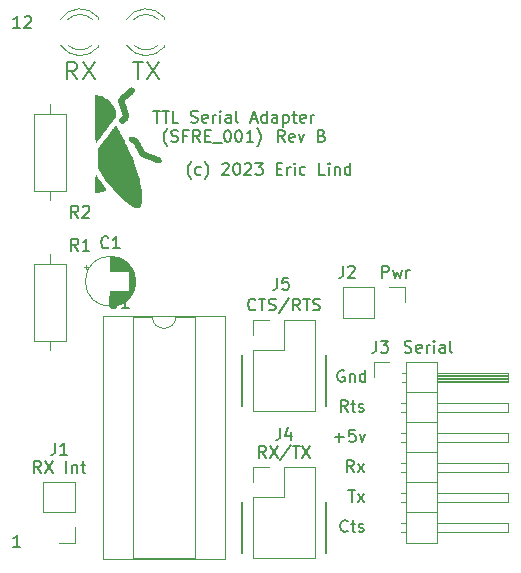
<source format=gbr>
%TF.GenerationSoftware,KiCad,Pcbnew,7.0.1*%
%TF.CreationDate,2023-08-12T16:51:13+02:00*%
%TF.ProjectId,uprs232ttl,75707273-3233-4327-9474-6c2e6b696361,rev?*%
%TF.SameCoordinates,Original*%
%TF.FileFunction,Legend,Top*%
%TF.FilePolarity,Positive*%
%FSLAX46Y46*%
G04 Gerber Fmt 4.6, Leading zero omitted, Abs format (unit mm)*
G04 Created by KiCad (PCBNEW 7.0.1) date 2023-08-12 16:51:13*
%MOMM*%
%LPD*%
G01*
G04 APERTURE LIST*
%ADD10C,0.150000*%
%ADD11C,0.200000*%
%ADD12C,0.120000*%
G04 APERTURE END LIST*
D10*
X163322000Y-120015000D02*
X163322000Y-124333000D01*
X156210000Y-107569000D02*
X156210000Y-111887000D01*
X163322000Y-107569000D02*
X163322000Y-111887000D01*
X156210000Y-120015000D02*
X156210000Y-124333000D01*
X151907809Y-92714571D02*
X151860190Y-92666952D01*
X151860190Y-92666952D02*
X151764952Y-92524095D01*
X151764952Y-92524095D02*
X151717333Y-92428857D01*
X151717333Y-92428857D02*
X151669714Y-92286000D01*
X151669714Y-92286000D02*
X151622095Y-92047904D01*
X151622095Y-92047904D02*
X151622095Y-91857428D01*
X151622095Y-91857428D02*
X151669714Y-91619333D01*
X151669714Y-91619333D02*
X151717333Y-91476476D01*
X151717333Y-91476476D02*
X151764952Y-91381238D01*
X151764952Y-91381238D02*
X151860190Y-91238380D01*
X151860190Y-91238380D02*
X151907809Y-91190761D01*
X152717333Y-92286000D02*
X152622095Y-92333619D01*
X152622095Y-92333619D02*
X152431619Y-92333619D01*
X152431619Y-92333619D02*
X152336381Y-92286000D01*
X152336381Y-92286000D02*
X152288762Y-92238380D01*
X152288762Y-92238380D02*
X152241143Y-92143142D01*
X152241143Y-92143142D02*
X152241143Y-91857428D01*
X152241143Y-91857428D02*
X152288762Y-91762190D01*
X152288762Y-91762190D02*
X152336381Y-91714571D01*
X152336381Y-91714571D02*
X152431619Y-91666952D01*
X152431619Y-91666952D02*
X152622095Y-91666952D01*
X152622095Y-91666952D02*
X152717333Y-91714571D01*
X153050667Y-92714571D02*
X153098286Y-92666952D01*
X153098286Y-92666952D02*
X153193524Y-92524095D01*
X153193524Y-92524095D02*
X153241143Y-92428857D01*
X153241143Y-92428857D02*
X153288762Y-92286000D01*
X153288762Y-92286000D02*
X153336381Y-92047904D01*
X153336381Y-92047904D02*
X153336381Y-91857428D01*
X153336381Y-91857428D02*
X153288762Y-91619333D01*
X153288762Y-91619333D02*
X153241143Y-91476476D01*
X153241143Y-91476476D02*
X153193524Y-91381238D01*
X153193524Y-91381238D02*
X153098286Y-91238380D01*
X153098286Y-91238380D02*
X153050667Y-91190761D01*
X154526858Y-91428857D02*
X154574477Y-91381238D01*
X154574477Y-91381238D02*
X154669715Y-91333619D01*
X154669715Y-91333619D02*
X154907810Y-91333619D01*
X154907810Y-91333619D02*
X155003048Y-91381238D01*
X155003048Y-91381238D02*
X155050667Y-91428857D01*
X155050667Y-91428857D02*
X155098286Y-91524095D01*
X155098286Y-91524095D02*
X155098286Y-91619333D01*
X155098286Y-91619333D02*
X155050667Y-91762190D01*
X155050667Y-91762190D02*
X154479239Y-92333619D01*
X154479239Y-92333619D02*
X155098286Y-92333619D01*
X155717334Y-91333619D02*
X155812572Y-91333619D01*
X155812572Y-91333619D02*
X155907810Y-91381238D01*
X155907810Y-91381238D02*
X155955429Y-91428857D01*
X155955429Y-91428857D02*
X156003048Y-91524095D01*
X156003048Y-91524095D02*
X156050667Y-91714571D01*
X156050667Y-91714571D02*
X156050667Y-91952666D01*
X156050667Y-91952666D02*
X156003048Y-92143142D01*
X156003048Y-92143142D02*
X155955429Y-92238380D01*
X155955429Y-92238380D02*
X155907810Y-92286000D01*
X155907810Y-92286000D02*
X155812572Y-92333619D01*
X155812572Y-92333619D02*
X155717334Y-92333619D01*
X155717334Y-92333619D02*
X155622096Y-92286000D01*
X155622096Y-92286000D02*
X155574477Y-92238380D01*
X155574477Y-92238380D02*
X155526858Y-92143142D01*
X155526858Y-92143142D02*
X155479239Y-91952666D01*
X155479239Y-91952666D02*
X155479239Y-91714571D01*
X155479239Y-91714571D02*
X155526858Y-91524095D01*
X155526858Y-91524095D02*
X155574477Y-91428857D01*
X155574477Y-91428857D02*
X155622096Y-91381238D01*
X155622096Y-91381238D02*
X155717334Y-91333619D01*
X156431620Y-91428857D02*
X156479239Y-91381238D01*
X156479239Y-91381238D02*
X156574477Y-91333619D01*
X156574477Y-91333619D02*
X156812572Y-91333619D01*
X156812572Y-91333619D02*
X156907810Y-91381238D01*
X156907810Y-91381238D02*
X156955429Y-91428857D01*
X156955429Y-91428857D02*
X157003048Y-91524095D01*
X157003048Y-91524095D02*
X157003048Y-91619333D01*
X157003048Y-91619333D02*
X156955429Y-91762190D01*
X156955429Y-91762190D02*
X156384001Y-92333619D01*
X156384001Y-92333619D02*
X157003048Y-92333619D01*
X157336382Y-91333619D02*
X157955429Y-91333619D01*
X157955429Y-91333619D02*
X157622096Y-91714571D01*
X157622096Y-91714571D02*
X157764953Y-91714571D01*
X157764953Y-91714571D02*
X157860191Y-91762190D01*
X157860191Y-91762190D02*
X157907810Y-91809809D01*
X157907810Y-91809809D02*
X157955429Y-91905047D01*
X157955429Y-91905047D02*
X157955429Y-92143142D01*
X157955429Y-92143142D02*
X157907810Y-92238380D01*
X157907810Y-92238380D02*
X157860191Y-92286000D01*
X157860191Y-92286000D02*
X157764953Y-92333619D01*
X157764953Y-92333619D02*
X157479239Y-92333619D01*
X157479239Y-92333619D02*
X157384001Y-92286000D01*
X157384001Y-92286000D02*
X157336382Y-92238380D01*
X159145906Y-91809809D02*
X159479239Y-91809809D01*
X159622096Y-92333619D02*
X159145906Y-92333619D01*
X159145906Y-92333619D02*
X159145906Y-91333619D01*
X159145906Y-91333619D02*
X159622096Y-91333619D01*
X160050668Y-92333619D02*
X160050668Y-91666952D01*
X160050668Y-91857428D02*
X160098287Y-91762190D01*
X160098287Y-91762190D02*
X160145906Y-91714571D01*
X160145906Y-91714571D02*
X160241144Y-91666952D01*
X160241144Y-91666952D02*
X160336382Y-91666952D01*
X160669716Y-92333619D02*
X160669716Y-91666952D01*
X160669716Y-91333619D02*
X160622097Y-91381238D01*
X160622097Y-91381238D02*
X160669716Y-91428857D01*
X160669716Y-91428857D02*
X160717335Y-91381238D01*
X160717335Y-91381238D02*
X160669716Y-91333619D01*
X160669716Y-91333619D02*
X160669716Y-91428857D01*
X161574477Y-92286000D02*
X161479239Y-92333619D01*
X161479239Y-92333619D02*
X161288763Y-92333619D01*
X161288763Y-92333619D02*
X161193525Y-92286000D01*
X161193525Y-92286000D02*
X161145906Y-92238380D01*
X161145906Y-92238380D02*
X161098287Y-92143142D01*
X161098287Y-92143142D02*
X161098287Y-91857428D01*
X161098287Y-91857428D02*
X161145906Y-91762190D01*
X161145906Y-91762190D02*
X161193525Y-91714571D01*
X161193525Y-91714571D02*
X161288763Y-91666952D01*
X161288763Y-91666952D02*
X161479239Y-91666952D01*
X161479239Y-91666952D02*
X161574477Y-91714571D01*
X163241144Y-92333619D02*
X162764954Y-92333619D01*
X162764954Y-92333619D02*
X162764954Y-91333619D01*
X163574478Y-92333619D02*
X163574478Y-91666952D01*
X163574478Y-91333619D02*
X163526859Y-91381238D01*
X163526859Y-91381238D02*
X163574478Y-91428857D01*
X163574478Y-91428857D02*
X163622097Y-91381238D01*
X163622097Y-91381238D02*
X163574478Y-91333619D01*
X163574478Y-91333619D02*
X163574478Y-91428857D01*
X164050668Y-91666952D02*
X164050668Y-92333619D01*
X164050668Y-91762190D02*
X164098287Y-91714571D01*
X164098287Y-91714571D02*
X164193525Y-91666952D01*
X164193525Y-91666952D02*
X164336382Y-91666952D01*
X164336382Y-91666952D02*
X164431620Y-91714571D01*
X164431620Y-91714571D02*
X164479239Y-91809809D01*
X164479239Y-91809809D02*
X164479239Y-92333619D01*
X165384001Y-92333619D02*
X165384001Y-91333619D01*
X165384001Y-92286000D02*
X165288763Y-92333619D01*
X165288763Y-92333619D02*
X165098287Y-92333619D01*
X165098287Y-92333619D02*
X165003049Y-92286000D01*
X165003049Y-92286000D02*
X164955430Y-92238380D01*
X164955430Y-92238380D02*
X164907811Y-92143142D01*
X164907811Y-92143142D02*
X164907811Y-91857428D01*
X164907811Y-91857428D02*
X164955430Y-91762190D01*
X164955430Y-91762190D02*
X165003049Y-91714571D01*
X165003049Y-91714571D02*
X165098287Y-91666952D01*
X165098287Y-91666952D02*
X165288763Y-91666952D01*
X165288763Y-91666952D02*
X165384001Y-91714571D01*
X137413904Y-123829619D02*
X136842476Y-123829619D01*
X137128190Y-123829619D02*
X137128190Y-122829619D01*
X137128190Y-122829619D02*
X137032952Y-122972476D01*
X137032952Y-122972476D02*
X136937714Y-123067714D01*
X136937714Y-123067714D02*
X136842476Y-123115333D01*
D11*
X165195238Y-119019619D02*
X165766666Y-119019619D01*
X165480952Y-120019619D02*
X165480952Y-119019619D01*
X166004762Y-120019619D02*
X166528571Y-119352952D01*
X166004762Y-119352952D02*
X166528571Y-120019619D01*
X165655523Y-117479619D02*
X165322190Y-117003428D01*
X165084095Y-117479619D02*
X165084095Y-116479619D01*
X165084095Y-116479619D02*
X165465047Y-116479619D01*
X165465047Y-116479619D02*
X165560285Y-116527238D01*
X165560285Y-116527238D02*
X165607904Y-116574857D01*
X165607904Y-116574857D02*
X165655523Y-116670095D01*
X165655523Y-116670095D02*
X165655523Y-116812952D01*
X165655523Y-116812952D02*
X165607904Y-116908190D01*
X165607904Y-116908190D02*
X165560285Y-116955809D01*
X165560285Y-116955809D02*
X165465047Y-117003428D01*
X165465047Y-117003428D02*
X165084095Y-117003428D01*
X165988857Y-117479619D02*
X166512666Y-116812952D01*
X165988857Y-116812952D02*
X166512666Y-117479619D01*
D10*
X159813523Y-89539619D02*
X159480190Y-89063428D01*
X159242095Y-89539619D02*
X159242095Y-88539619D01*
X159242095Y-88539619D02*
X159623047Y-88539619D01*
X159623047Y-88539619D02*
X159718285Y-88587238D01*
X159718285Y-88587238D02*
X159765904Y-88634857D01*
X159765904Y-88634857D02*
X159813523Y-88730095D01*
X159813523Y-88730095D02*
X159813523Y-88872952D01*
X159813523Y-88872952D02*
X159765904Y-88968190D01*
X159765904Y-88968190D02*
X159718285Y-89015809D01*
X159718285Y-89015809D02*
X159623047Y-89063428D01*
X159623047Y-89063428D02*
X159242095Y-89063428D01*
X160623047Y-89492000D02*
X160527809Y-89539619D01*
X160527809Y-89539619D02*
X160337333Y-89539619D01*
X160337333Y-89539619D02*
X160242095Y-89492000D01*
X160242095Y-89492000D02*
X160194476Y-89396761D01*
X160194476Y-89396761D02*
X160194476Y-89015809D01*
X160194476Y-89015809D02*
X160242095Y-88920571D01*
X160242095Y-88920571D02*
X160337333Y-88872952D01*
X160337333Y-88872952D02*
X160527809Y-88872952D01*
X160527809Y-88872952D02*
X160623047Y-88920571D01*
X160623047Y-88920571D02*
X160670666Y-89015809D01*
X160670666Y-89015809D02*
X160670666Y-89111047D01*
X160670666Y-89111047D02*
X160194476Y-89206285D01*
X161004000Y-88872952D02*
X161242095Y-89539619D01*
X161242095Y-89539619D02*
X161480190Y-88872952D01*
X162956381Y-89015809D02*
X163099238Y-89063428D01*
X163099238Y-89063428D02*
X163146857Y-89111047D01*
X163146857Y-89111047D02*
X163194476Y-89206285D01*
X163194476Y-89206285D02*
X163194476Y-89349142D01*
X163194476Y-89349142D02*
X163146857Y-89444380D01*
X163146857Y-89444380D02*
X163099238Y-89492000D01*
X163099238Y-89492000D02*
X163004000Y-89539619D01*
X163004000Y-89539619D02*
X162623048Y-89539619D01*
X162623048Y-89539619D02*
X162623048Y-88539619D01*
X162623048Y-88539619D02*
X162956381Y-88539619D01*
X162956381Y-88539619D02*
X163051619Y-88587238D01*
X163051619Y-88587238D02*
X163099238Y-88634857D01*
X163099238Y-88634857D02*
X163146857Y-88730095D01*
X163146857Y-88730095D02*
X163146857Y-88825333D01*
X163146857Y-88825333D02*
X163099238Y-88920571D01*
X163099238Y-88920571D02*
X163051619Y-88968190D01*
X163051619Y-88968190D02*
X162956381Y-89015809D01*
X162956381Y-89015809D02*
X162623048Y-89015809D01*
D11*
X164068095Y-114558666D02*
X164830000Y-114558666D01*
X164449047Y-114939619D02*
X164449047Y-114177714D01*
X165782380Y-113939619D02*
X165306190Y-113939619D01*
X165306190Y-113939619D02*
X165258571Y-114415809D01*
X165258571Y-114415809D02*
X165306190Y-114368190D01*
X165306190Y-114368190D02*
X165401428Y-114320571D01*
X165401428Y-114320571D02*
X165639523Y-114320571D01*
X165639523Y-114320571D02*
X165734761Y-114368190D01*
X165734761Y-114368190D02*
X165782380Y-114415809D01*
X165782380Y-114415809D02*
X165829999Y-114511047D01*
X165829999Y-114511047D02*
X165829999Y-114749142D01*
X165829999Y-114749142D02*
X165782380Y-114844380D01*
X165782380Y-114844380D02*
X165734761Y-114892000D01*
X165734761Y-114892000D02*
X165639523Y-114939619D01*
X165639523Y-114939619D02*
X165401428Y-114939619D01*
X165401428Y-114939619D02*
X165306190Y-114892000D01*
X165306190Y-114892000D02*
X165258571Y-114844380D01*
X166163333Y-114272952D02*
X166401428Y-114939619D01*
X166401428Y-114939619D02*
X166639523Y-114272952D01*
X165147523Y-122464380D02*
X165099904Y-122512000D01*
X165099904Y-122512000D02*
X164957047Y-122559619D01*
X164957047Y-122559619D02*
X164861809Y-122559619D01*
X164861809Y-122559619D02*
X164718952Y-122512000D01*
X164718952Y-122512000D02*
X164623714Y-122416761D01*
X164623714Y-122416761D02*
X164576095Y-122321523D01*
X164576095Y-122321523D02*
X164528476Y-122131047D01*
X164528476Y-122131047D02*
X164528476Y-121988190D01*
X164528476Y-121988190D02*
X164576095Y-121797714D01*
X164576095Y-121797714D02*
X164623714Y-121702476D01*
X164623714Y-121702476D02*
X164718952Y-121607238D01*
X164718952Y-121607238D02*
X164861809Y-121559619D01*
X164861809Y-121559619D02*
X164957047Y-121559619D01*
X164957047Y-121559619D02*
X165099904Y-121607238D01*
X165099904Y-121607238D02*
X165147523Y-121654857D01*
X165433238Y-121892952D02*
X165814190Y-121892952D01*
X165576095Y-121559619D02*
X165576095Y-122416761D01*
X165576095Y-122416761D02*
X165623714Y-122512000D01*
X165623714Y-122512000D02*
X165718952Y-122559619D01*
X165718952Y-122559619D02*
X165814190Y-122559619D01*
X166099905Y-122512000D02*
X166195143Y-122559619D01*
X166195143Y-122559619D02*
X166385619Y-122559619D01*
X166385619Y-122559619D02*
X166480857Y-122512000D01*
X166480857Y-122512000D02*
X166528476Y-122416761D01*
X166528476Y-122416761D02*
X166528476Y-122369142D01*
X166528476Y-122369142D02*
X166480857Y-122273904D01*
X166480857Y-122273904D02*
X166385619Y-122226285D01*
X166385619Y-122226285D02*
X166242762Y-122226285D01*
X166242762Y-122226285D02*
X166147524Y-122178666D01*
X166147524Y-122178666D02*
X166099905Y-122083428D01*
X166099905Y-122083428D02*
X166099905Y-122035809D01*
X166099905Y-122035809D02*
X166147524Y-121940571D01*
X166147524Y-121940571D02*
X166242762Y-121892952D01*
X166242762Y-121892952D02*
X166385619Y-121892952D01*
X166385619Y-121892952D02*
X166480857Y-121940571D01*
X165147523Y-112399619D02*
X164814190Y-111923428D01*
X164576095Y-112399619D02*
X164576095Y-111399619D01*
X164576095Y-111399619D02*
X164957047Y-111399619D01*
X164957047Y-111399619D02*
X165052285Y-111447238D01*
X165052285Y-111447238D02*
X165099904Y-111494857D01*
X165099904Y-111494857D02*
X165147523Y-111590095D01*
X165147523Y-111590095D02*
X165147523Y-111732952D01*
X165147523Y-111732952D02*
X165099904Y-111828190D01*
X165099904Y-111828190D02*
X165052285Y-111875809D01*
X165052285Y-111875809D02*
X164957047Y-111923428D01*
X164957047Y-111923428D02*
X164576095Y-111923428D01*
X165433238Y-111732952D02*
X165814190Y-111732952D01*
X165576095Y-111399619D02*
X165576095Y-112256761D01*
X165576095Y-112256761D02*
X165623714Y-112352000D01*
X165623714Y-112352000D02*
X165718952Y-112399619D01*
X165718952Y-112399619D02*
X165814190Y-112399619D01*
X166099905Y-112352000D02*
X166195143Y-112399619D01*
X166195143Y-112399619D02*
X166385619Y-112399619D01*
X166385619Y-112399619D02*
X166480857Y-112352000D01*
X166480857Y-112352000D02*
X166528476Y-112256761D01*
X166528476Y-112256761D02*
X166528476Y-112209142D01*
X166528476Y-112209142D02*
X166480857Y-112113904D01*
X166480857Y-112113904D02*
X166385619Y-112066285D01*
X166385619Y-112066285D02*
X166242762Y-112066285D01*
X166242762Y-112066285D02*
X166147524Y-112018666D01*
X166147524Y-112018666D02*
X166099905Y-111923428D01*
X166099905Y-111923428D02*
X166099905Y-111875809D01*
X166099905Y-111875809D02*
X166147524Y-111780571D01*
X166147524Y-111780571D02*
X166242762Y-111732952D01*
X166242762Y-111732952D02*
X166385619Y-111732952D01*
X166385619Y-111732952D02*
X166480857Y-111780571D01*
D10*
X148685238Y-86919619D02*
X149256666Y-86919619D01*
X148970952Y-87919619D02*
X148970952Y-86919619D01*
X149447143Y-86919619D02*
X150018571Y-86919619D01*
X149732857Y-87919619D02*
X149732857Y-86919619D01*
X150828095Y-87919619D02*
X150351905Y-87919619D01*
X150351905Y-87919619D02*
X150351905Y-86919619D01*
X151875715Y-87872000D02*
X152018572Y-87919619D01*
X152018572Y-87919619D02*
X152256667Y-87919619D01*
X152256667Y-87919619D02*
X152351905Y-87872000D01*
X152351905Y-87872000D02*
X152399524Y-87824380D01*
X152399524Y-87824380D02*
X152447143Y-87729142D01*
X152447143Y-87729142D02*
X152447143Y-87633904D01*
X152447143Y-87633904D02*
X152399524Y-87538666D01*
X152399524Y-87538666D02*
X152351905Y-87491047D01*
X152351905Y-87491047D02*
X152256667Y-87443428D01*
X152256667Y-87443428D02*
X152066191Y-87395809D01*
X152066191Y-87395809D02*
X151970953Y-87348190D01*
X151970953Y-87348190D02*
X151923334Y-87300571D01*
X151923334Y-87300571D02*
X151875715Y-87205333D01*
X151875715Y-87205333D02*
X151875715Y-87110095D01*
X151875715Y-87110095D02*
X151923334Y-87014857D01*
X151923334Y-87014857D02*
X151970953Y-86967238D01*
X151970953Y-86967238D02*
X152066191Y-86919619D01*
X152066191Y-86919619D02*
X152304286Y-86919619D01*
X152304286Y-86919619D02*
X152447143Y-86967238D01*
X153256667Y-87872000D02*
X153161429Y-87919619D01*
X153161429Y-87919619D02*
X152970953Y-87919619D01*
X152970953Y-87919619D02*
X152875715Y-87872000D01*
X152875715Y-87872000D02*
X152828096Y-87776761D01*
X152828096Y-87776761D02*
X152828096Y-87395809D01*
X152828096Y-87395809D02*
X152875715Y-87300571D01*
X152875715Y-87300571D02*
X152970953Y-87252952D01*
X152970953Y-87252952D02*
X153161429Y-87252952D01*
X153161429Y-87252952D02*
X153256667Y-87300571D01*
X153256667Y-87300571D02*
X153304286Y-87395809D01*
X153304286Y-87395809D02*
X153304286Y-87491047D01*
X153304286Y-87491047D02*
X152828096Y-87586285D01*
X153732858Y-87919619D02*
X153732858Y-87252952D01*
X153732858Y-87443428D02*
X153780477Y-87348190D01*
X153780477Y-87348190D02*
X153828096Y-87300571D01*
X153828096Y-87300571D02*
X153923334Y-87252952D01*
X153923334Y-87252952D02*
X154018572Y-87252952D01*
X154351906Y-87919619D02*
X154351906Y-87252952D01*
X154351906Y-86919619D02*
X154304287Y-86967238D01*
X154304287Y-86967238D02*
X154351906Y-87014857D01*
X154351906Y-87014857D02*
X154399525Y-86967238D01*
X154399525Y-86967238D02*
X154351906Y-86919619D01*
X154351906Y-86919619D02*
X154351906Y-87014857D01*
X155256667Y-87919619D02*
X155256667Y-87395809D01*
X155256667Y-87395809D02*
X155209048Y-87300571D01*
X155209048Y-87300571D02*
X155113810Y-87252952D01*
X155113810Y-87252952D02*
X154923334Y-87252952D01*
X154923334Y-87252952D02*
X154828096Y-87300571D01*
X155256667Y-87872000D02*
X155161429Y-87919619D01*
X155161429Y-87919619D02*
X154923334Y-87919619D01*
X154923334Y-87919619D02*
X154828096Y-87872000D01*
X154828096Y-87872000D02*
X154780477Y-87776761D01*
X154780477Y-87776761D02*
X154780477Y-87681523D01*
X154780477Y-87681523D02*
X154828096Y-87586285D01*
X154828096Y-87586285D02*
X154923334Y-87538666D01*
X154923334Y-87538666D02*
X155161429Y-87538666D01*
X155161429Y-87538666D02*
X155256667Y-87491047D01*
X155875715Y-87919619D02*
X155780477Y-87872000D01*
X155780477Y-87872000D02*
X155732858Y-87776761D01*
X155732858Y-87776761D02*
X155732858Y-86919619D01*
X156970954Y-87633904D02*
X157447144Y-87633904D01*
X156875716Y-87919619D02*
X157209049Y-86919619D01*
X157209049Y-86919619D02*
X157542382Y-87919619D01*
X158304287Y-87919619D02*
X158304287Y-86919619D01*
X158304287Y-87872000D02*
X158209049Y-87919619D01*
X158209049Y-87919619D02*
X158018573Y-87919619D01*
X158018573Y-87919619D02*
X157923335Y-87872000D01*
X157923335Y-87872000D02*
X157875716Y-87824380D01*
X157875716Y-87824380D02*
X157828097Y-87729142D01*
X157828097Y-87729142D02*
X157828097Y-87443428D01*
X157828097Y-87443428D02*
X157875716Y-87348190D01*
X157875716Y-87348190D02*
X157923335Y-87300571D01*
X157923335Y-87300571D02*
X158018573Y-87252952D01*
X158018573Y-87252952D02*
X158209049Y-87252952D01*
X158209049Y-87252952D02*
X158304287Y-87300571D01*
X159209049Y-87919619D02*
X159209049Y-87395809D01*
X159209049Y-87395809D02*
X159161430Y-87300571D01*
X159161430Y-87300571D02*
X159066192Y-87252952D01*
X159066192Y-87252952D02*
X158875716Y-87252952D01*
X158875716Y-87252952D02*
X158780478Y-87300571D01*
X159209049Y-87872000D02*
X159113811Y-87919619D01*
X159113811Y-87919619D02*
X158875716Y-87919619D01*
X158875716Y-87919619D02*
X158780478Y-87872000D01*
X158780478Y-87872000D02*
X158732859Y-87776761D01*
X158732859Y-87776761D02*
X158732859Y-87681523D01*
X158732859Y-87681523D02*
X158780478Y-87586285D01*
X158780478Y-87586285D02*
X158875716Y-87538666D01*
X158875716Y-87538666D02*
X159113811Y-87538666D01*
X159113811Y-87538666D02*
X159209049Y-87491047D01*
X159685240Y-87252952D02*
X159685240Y-88252952D01*
X159685240Y-87300571D02*
X159780478Y-87252952D01*
X159780478Y-87252952D02*
X159970954Y-87252952D01*
X159970954Y-87252952D02*
X160066192Y-87300571D01*
X160066192Y-87300571D02*
X160113811Y-87348190D01*
X160113811Y-87348190D02*
X160161430Y-87443428D01*
X160161430Y-87443428D02*
X160161430Y-87729142D01*
X160161430Y-87729142D02*
X160113811Y-87824380D01*
X160113811Y-87824380D02*
X160066192Y-87872000D01*
X160066192Y-87872000D02*
X159970954Y-87919619D01*
X159970954Y-87919619D02*
X159780478Y-87919619D01*
X159780478Y-87919619D02*
X159685240Y-87872000D01*
X160447145Y-87252952D02*
X160828097Y-87252952D01*
X160590002Y-86919619D02*
X160590002Y-87776761D01*
X160590002Y-87776761D02*
X160637621Y-87872000D01*
X160637621Y-87872000D02*
X160732859Y-87919619D01*
X160732859Y-87919619D02*
X160828097Y-87919619D01*
X161542383Y-87872000D02*
X161447145Y-87919619D01*
X161447145Y-87919619D02*
X161256669Y-87919619D01*
X161256669Y-87919619D02*
X161161431Y-87872000D01*
X161161431Y-87872000D02*
X161113812Y-87776761D01*
X161113812Y-87776761D02*
X161113812Y-87395809D01*
X161113812Y-87395809D02*
X161161431Y-87300571D01*
X161161431Y-87300571D02*
X161256669Y-87252952D01*
X161256669Y-87252952D02*
X161447145Y-87252952D01*
X161447145Y-87252952D02*
X161542383Y-87300571D01*
X161542383Y-87300571D02*
X161590002Y-87395809D01*
X161590002Y-87395809D02*
X161590002Y-87491047D01*
X161590002Y-87491047D02*
X161113812Y-87586285D01*
X162018574Y-87919619D02*
X162018574Y-87252952D01*
X162018574Y-87443428D02*
X162066193Y-87348190D01*
X162066193Y-87348190D02*
X162113812Y-87300571D01*
X162113812Y-87300571D02*
X162209050Y-87252952D01*
X162209050Y-87252952D02*
X162304288Y-87252952D01*
X149875714Y-89920571D02*
X149828095Y-89872952D01*
X149828095Y-89872952D02*
X149732857Y-89730095D01*
X149732857Y-89730095D02*
X149685238Y-89634857D01*
X149685238Y-89634857D02*
X149637619Y-89492000D01*
X149637619Y-89492000D02*
X149590000Y-89253904D01*
X149590000Y-89253904D02*
X149590000Y-89063428D01*
X149590000Y-89063428D02*
X149637619Y-88825333D01*
X149637619Y-88825333D02*
X149685238Y-88682476D01*
X149685238Y-88682476D02*
X149732857Y-88587238D01*
X149732857Y-88587238D02*
X149828095Y-88444380D01*
X149828095Y-88444380D02*
X149875714Y-88396761D01*
X150209048Y-89492000D02*
X150351905Y-89539619D01*
X150351905Y-89539619D02*
X150590000Y-89539619D01*
X150590000Y-89539619D02*
X150685238Y-89492000D01*
X150685238Y-89492000D02*
X150732857Y-89444380D01*
X150732857Y-89444380D02*
X150780476Y-89349142D01*
X150780476Y-89349142D02*
X150780476Y-89253904D01*
X150780476Y-89253904D02*
X150732857Y-89158666D01*
X150732857Y-89158666D02*
X150685238Y-89111047D01*
X150685238Y-89111047D02*
X150590000Y-89063428D01*
X150590000Y-89063428D02*
X150399524Y-89015809D01*
X150399524Y-89015809D02*
X150304286Y-88968190D01*
X150304286Y-88968190D02*
X150256667Y-88920571D01*
X150256667Y-88920571D02*
X150209048Y-88825333D01*
X150209048Y-88825333D02*
X150209048Y-88730095D01*
X150209048Y-88730095D02*
X150256667Y-88634857D01*
X150256667Y-88634857D02*
X150304286Y-88587238D01*
X150304286Y-88587238D02*
X150399524Y-88539619D01*
X150399524Y-88539619D02*
X150637619Y-88539619D01*
X150637619Y-88539619D02*
X150780476Y-88587238D01*
X151542381Y-89015809D02*
X151209048Y-89015809D01*
X151209048Y-89539619D02*
X151209048Y-88539619D01*
X151209048Y-88539619D02*
X151685238Y-88539619D01*
X152637619Y-89539619D02*
X152304286Y-89063428D01*
X152066191Y-89539619D02*
X152066191Y-88539619D01*
X152066191Y-88539619D02*
X152447143Y-88539619D01*
X152447143Y-88539619D02*
X152542381Y-88587238D01*
X152542381Y-88587238D02*
X152590000Y-88634857D01*
X152590000Y-88634857D02*
X152637619Y-88730095D01*
X152637619Y-88730095D02*
X152637619Y-88872952D01*
X152637619Y-88872952D02*
X152590000Y-88968190D01*
X152590000Y-88968190D02*
X152542381Y-89015809D01*
X152542381Y-89015809D02*
X152447143Y-89063428D01*
X152447143Y-89063428D02*
X152066191Y-89063428D01*
X153066191Y-89015809D02*
X153399524Y-89015809D01*
X153542381Y-89539619D02*
X153066191Y-89539619D01*
X153066191Y-89539619D02*
X153066191Y-88539619D01*
X153066191Y-88539619D02*
X153542381Y-88539619D01*
X153732858Y-89634857D02*
X154494762Y-89634857D01*
X154923334Y-88539619D02*
X155018572Y-88539619D01*
X155018572Y-88539619D02*
X155113810Y-88587238D01*
X155113810Y-88587238D02*
X155161429Y-88634857D01*
X155161429Y-88634857D02*
X155209048Y-88730095D01*
X155209048Y-88730095D02*
X155256667Y-88920571D01*
X155256667Y-88920571D02*
X155256667Y-89158666D01*
X155256667Y-89158666D02*
X155209048Y-89349142D01*
X155209048Y-89349142D02*
X155161429Y-89444380D01*
X155161429Y-89444380D02*
X155113810Y-89492000D01*
X155113810Y-89492000D02*
X155018572Y-89539619D01*
X155018572Y-89539619D02*
X154923334Y-89539619D01*
X154923334Y-89539619D02*
X154828096Y-89492000D01*
X154828096Y-89492000D02*
X154780477Y-89444380D01*
X154780477Y-89444380D02*
X154732858Y-89349142D01*
X154732858Y-89349142D02*
X154685239Y-89158666D01*
X154685239Y-89158666D02*
X154685239Y-88920571D01*
X154685239Y-88920571D02*
X154732858Y-88730095D01*
X154732858Y-88730095D02*
X154780477Y-88634857D01*
X154780477Y-88634857D02*
X154828096Y-88587238D01*
X154828096Y-88587238D02*
X154923334Y-88539619D01*
X155875715Y-88539619D02*
X155970953Y-88539619D01*
X155970953Y-88539619D02*
X156066191Y-88587238D01*
X156066191Y-88587238D02*
X156113810Y-88634857D01*
X156113810Y-88634857D02*
X156161429Y-88730095D01*
X156161429Y-88730095D02*
X156209048Y-88920571D01*
X156209048Y-88920571D02*
X156209048Y-89158666D01*
X156209048Y-89158666D02*
X156161429Y-89349142D01*
X156161429Y-89349142D02*
X156113810Y-89444380D01*
X156113810Y-89444380D02*
X156066191Y-89492000D01*
X156066191Y-89492000D02*
X155970953Y-89539619D01*
X155970953Y-89539619D02*
X155875715Y-89539619D01*
X155875715Y-89539619D02*
X155780477Y-89492000D01*
X155780477Y-89492000D02*
X155732858Y-89444380D01*
X155732858Y-89444380D02*
X155685239Y-89349142D01*
X155685239Y-89349142D02*
X155637620Y-89158666D01*
X155637620Y-89158666D02*
X155637620Y-88920571D01*
X155637620Y-88920571D02*
X155685239Y-88730095D01*
X155685239Y-88730095D02*
X155732858Y-88634857D01*
X155732858Y-88634857D02*
X155780477Y-88587238D01*
X155780477Y-88587238D02*
X155875715Y-88539619D01*
X157161429Y-89539619D02*
X156590001Y-89539619D01*
X156875715Y-89539619D02*
X156875715Y-88539619D01*
X156875715Y-88539619D02*
X156780477Y-88682476D01*
X156780477Y-88682476D02*
X156685239Y-88777714D01*
X156685239Y-88777714D02*
X156590001Y-88825333D01*
X157494763Y-89920571D02*
X157542382Y-89872952D01*
X157542382Y-89872952D02*
X157637620Y-89730095D01*
X157637620Y-89730095D02*
X157685239Y-89634857D01*
X157685239Y-89634857D02*
X157732858Y-89492000D01*
X157732858Y-89492000D02*
X157780477Y-89253904D01*
X157780477Y-89253904D02*
X157780477Y-89063428D01*
X157780477Y-89063428D02*
X157732858Y-88825333D01*
X157732858Y-88825333D02*
X157685239Y-88682476D01*
X157685239Y-88682476D02*
X157637620Y-88587238D01*
X157637620Y-88587238D02*
X157542382Y-88444380D01*
X157542382Y-88444380D02*
X157494763Y-88396761D01*
X137413904Y-79887619D02*
X136842476Y-79887619D01*
X137128190Y-79887619D02*
X137128190Y-78887619D01*
X137128190Y-78887619D02*
X137032952Y-79030476D01*
X137032952Y-79030476D02*
X136937714Y-79125714D01*
X136937714Y-79125714D02*
X136842476Y-79173333D01*
X137794857Y-78982857D02*
X137842476Y-78935238D01*
X137842476Y-78935238D02*
X137937714Y-78887619D01*
X137937714Y-78887619D02*
X138175809Y-78887619D01*
X138175809Y-78887619D02*
X138271047Y-78935238D01*
X138271047Y-78935238D02*
X138318666Y-78982857D01*
X138318666Y-78982857D02*
X138366285Y-79078095D01*
X138366285Y-79078095D02*
X138366285Y-79173333D01*
X138366285Y-79173333D02*
X138318666Y-79316190D01*
X138318666Y-79316190D02*
X137747238Y-79887619D01*
X137747238Y-79887619D02*
X138366285Y-79887619D01*
D11*
X164845904Y-108907238D02*
X164750666Y-108859619D01*
X164750666Y-108859619D02*
X164607809Y-108859619D01*
X164607809Y-108859619D02*
X164464952Y-108907238D01*
X164464952Y-108907238D02*
X164369714Y-109002476D01*
X164369714Y-109002476D02*
X164322095Y-109097714D01*
X164322095Y-109097714D02*
X164274476Y-109288190D01*
X164274476Y-109288190D02*
X164274476Y-109431047D01*
X164274476Y-109431047D02*
X164322095Y-109621523D01*
X164322095Y-109621523D02*
X164369714Y-109716761D01*
X164369714Y-109716761D02*
X164464952Y-109812000D01*
X164464952Y-109812000D02*
X164607809Y-109859619D01*
X164607809Y-109859619D02*
X164703047Y-109859619D01*
X164703047Y-109859619D02*
X164845904Y-109812000D01*
X164845904Y-109812000D02*
X164893523Y-109764380D01*
X164893523Y-109764380D02*
X164893523Y-109431047D01*
X164893523Y-109431047D02*
X164703047Y-109431047D01*
X165322095Y-109192952D02*
X165322095Y-109859619D01*
X165322095Y-109288190D02*
X165369714Y-109240571D01*
X165369714Y-109240571D02*
X165464952Y-109192952D01*
X165464952Y-109192952D02*
X165607809Y-109192952D01*
X165607809Y-109192952D02*
X165703047Y-109240571D01*
X165703047Y-109240571D02*
X165750666Y-109335809D01*
X165750666Y-109335809D02*
X165750666Y-109859619D01*
X166655428Y-109859619D02*
X166655428Y-108859619D01*
X166655428Y-109812000D02*
X166560190Y-109859619D01*
X166560190Y-109859619D02*
X166369714Y-109859619D01*
X166369714Y-109859619D02*
X166274476Y-109812000D01*
X166274476Y-109812000D02*
X166226857Y-109764380D01*
X166226857Y-109764380D02*
X166179238Y-109669142D01*
X166179238Y-109669142D02*
X166179238Y-109383428D01*
X166179238Y-109383428D02*
X166226857Y-109288190D01*
X166226857Y-109288190D02*
X166274476Y-109240571D01*
X166274476Y-109240571D02*
X166369714Y-109192952D01*
X166369714Y-109192952D02*
X166560190Y-109192952D01*
X166560190Y-109192952D02*
X166655428Y-109240571D01*
D10*
%TO.C,J5*%
X159178666Y-101062619D02*
X159178666Y-101776904D01*
X159178666Y-101776904D02*
X159131047Y-101919761D01*
X159131047Y-101919761D02*
X159035809Y-102015000D01*
X159035809Y-102015000D02*
X158892952Y-102062619D01*
X158892952Y-102062619D02*
X158797714Y-102062619D01*
X160131047Y-101062619D02*
X159654857Y-101062619D01*
X159654857Y-101062619D02*
X159607238Y-101538809D01*
X159607238Y-101538809D02*
X159654857Y-101491190D01*
X159654857Y-101491190D02*
X159750095Y-101443571D01*
X159750095Y-101443571D02*
X159988190Y-101443571D01*
X159988190Y-101443571D02*
X160083428Y-101491190D01*
X160083428Y-101491190D02*
X160131047Y-101538809D01*
X160131047Y-101538809D02*
X160178666Y-101634047D01*
X160178666Y-101634047D02*
X160178666Y-101872142D01*
X160178666Y-101872142D02*
X160131047Y-101967380D01*
X160131047Y-101967380D02*
X160083428Y-102015000D01*
X160083428Y-102015000D02*
X159988190Y-102062619D01*
X159988190Y-102062619D02*
X159750095Y-102062619D01*
X159750095Y-102062619D02*
X159654857Y-102015000D01*
X159654857Y-102015000D02*
X159607238Y-101967380D01*
X157337428Y-103730380D02*
X157289809Y-103778000D01*
X157289809Y-103778000D02*
X157146952Y-103825619D01*
X157146952Y-103825619D02*
X157051714Y-103825619D01*
X157051714Y-103825619D02*
X156908857Y-103778000D01*
X156908857Y-103778000D02*
X156813619Y-103682761D01*
X156813619Y-103682761D02*
X156766000Y-103587523D01*
X156766000Y-103587523D02*
X156718381Y-103397047D01*
X156718381Y-103397047D02*
X156718381Y-103254190D01*
X156718381Y-103254190D02*
X156766000Y-103063714D01*
X156766000Y-103063714D02*
X156813619Y-102968476D01*
X156813619Y-102968476D02*
X156908857Y-102873238D01*
X156908857Y-102873238D02*
X157051714Y-102825619D01*
X157051714Y-102825619D02*
X157146952Y-102825619D01*
X157146952Y-102825619D02*
X157289809Y-102873238D01*
X157289809Y-102873238D02*
X157337428Y-102920857D01*
X157623143Y-102825619D02*
X158194571Y-102825619D01*
X157908857Y-103825619D02*
X157908857Y-102825619D01*
X158480286Y-103778000D02*
X158623143Y-103825619D01*
X158623143Y-103825619D02*
X158861238Y-103825619D01*
X158861238Y-103825619D02*
X158956476Y-103778000D01*
X158956476Y-103778000D02*
X159004095Y-103730380D01*
X159004095Y-103730380D02*
X159051714Y-103635142D01*
X159051714Y-103635142D02*
X159051714Y-103539904D01*
X159051714Y-103539904D02*
X159004095Y-103444666D01*
X159004095Y-103444666D02*
X158956476Y-103397047D01*
X158956476Y-103397047D02*
X158861238Y-103349428D01*
X158861238Y-103349428D02*
X158670762Y-103301809D01*
X158670762Y-103301809D02*
X158575524Y-103254190D01*
X158575524Y-103254190D02*
X158527905Y-103206571D01*
X158527905Y-103206571D02*
X158480286Y-103111333D01*
X158480286Y-103111333D02*
X158480286Y-103016095D01*
X158480286Y-103016095D02*
X158527905Y-102920857D01*
X158527905Y-102920857D02*
X158575524Y-102873238D01*
X158575524Y-102873238D02*
X158670762Y-102825619D01*
X158670762Y-102825619D02*
X158908857Y-102825619D01*
X158908857Y-102825619D02*
X159051714Y-102873238D01*
X160194571Y-102778000D02*
X159337429Y-104063714D01*
X161099333Y-103825619D02*
X160766000Y-103349428D01*
X160527905Y-103825619D02*
X160527905Y-102825619D01*
X160527905Y-102825619D02*
X160908857Y-102825619D01*
X160908857Y-102825619D02*
X161004095Y-102873238D01*
X161004095Y-102873238D02*
X161051714Y-102920857D01*
X161051714Y-102920857D02*
X161099333Y-103016095D01*
X161099333Y-103016095D02*
X161099333Y-103158952D01*
X161099333Y-103158952D02*
X161051714Y-103254190D01*
X161051714Y-103254190D02*
X161004095Y-103301809D01*
X161004095Y-103301809D02*
X160908857Y-103349428D01*
X160908857Y-103349428D02*
X160527905Y-103349428D01*
X161385048Y-102825619D02*
X161956476Y-102825619D01*
X161670762Y-103825619D02*
X161670762Y-102825619D01*
X162242191Y-103778000D02*
X162385048Y-103825619D01*
X162385048Y-103825619D02*
X162623143Y-103825619D01*
X162623143Y-103825619D02*
X162718381Y-103778000D01*
X162718381Y-103778000D02*
X162766000Y-103730380D01*
X162766000Y-103730380D02*
X162813619Y-103635142D01*
X162813619Y-103635142D02*
X162813619Y-103539904D01*
X162813619Y-103539904D02*
X162766000Y-103444666D01*
X162766000Y-103444666D02*
X162718381Y-103397047D01*
X162718381Y-103397047D02*
X162623143Y-103349428D01*
X162623143Y-103349428D02*
X162432667Y-103301809D01*
X162432667Y-103301809D02*
X162337429Y-103254190D01*
X162337429Y-103254190D02*
X162289810Y-103206571D01*
X162289810Y-103206571D02*
X162242191Y-103111333D01*
X162242191Y-103111333D02*
X162242191Y-103016095D01*
X162242191Y-103016095D02*
X162289810Y-102920857D01*
X162289810Y-102920857D02*
X162337429Y-102873238D01*
X162337429Y-102873238D02*
X162432667Y-102825619D01*
X162432667Y-102825619D02*
X162670762Y-102825619D01*
X162670762Y-102825619D02*
X162813619Y-102873238D01*
%TO.C,U1*%
X145034095Y-102586619D02*
X145034095Y-103396142D01*
X145034095Y-103396142D02*
X145081714Y-103491380D01*
X145081714Y-103491380D02*
X145129333Y-103539000D01*
X145129333Y-103539000D02*
X145224571Y-103586619D01*
X145224571Y-103586619D02*
X145415047Y-103586619D01*
X145415047Y-103586619D02*
X145510285Y-103539000D01*
X145510285Y-103539000D02*
X145557904Y-103491380D01*
X145557904Y-103491380D02*
X145605523Y-103396142D01*
X145605523Y-103396142D02*
X145605523Y-102586619D01*
X146605523Y-103586619D02*
X146034095Y-103586619D01*
X146319809Y-103586619D02*
X146319809Y-102586619D01*
X146319809Y-102586619D02*
X146224571Y-102729476D01*
X146224571Y-102729476D02*
X146129333Y-102824714D01*
X146129333Y-102824714D02*
X146034095Y-102872333D01*
%TO.C,J2*%
X164766666Y-100046619D02*
X164766666Y-100760904D01*
X164766666Y-100760904D02*
X164719047Y-100903761D01*
X164719047Y-100903761D02*
X164623809Y-100999000D01*
X164623809Y-100999000D02*
X164480952Y-101046619D01*
X164480952Y-101046619D02*
X164385714Y-101046619D01*
X165195238Y-100141857D02*
X165242857Y-100094238D01*
X165242857Y-100094238D02*
X165338095Y-100046619D01*
X165338095Y-100046619D02*
X165576190Y-100046619D01*
X165576190Y-100046619D02*
X165671428Y-100094238D01*
X165671428Y-100094238D02*
X165719047Y-100141857D01*
X165719047Y-100141857D02*
X165766666Y-100237095D01*
X165766666Y-100237095D02*
X165766666Y-100332333D01*
X165766666Y-100332333D02*
X165719047Y-100475190D01*
X165719047Y-100475190D02*
X165147619Y-101046619D01*
X165147619Y-101046619D02*
X165766666Y-101046619D01*
X168068762Y-101046619D02*
X168068762Y-100046619D01*
X168068762Y-100046619D02*
X168449714Y-100046619D01*
X168449714Y-100046619D02*
X168544952Y-100094238D01*
X168544952Y-100094238D02*
X168592571Y-100141857D01*
X168592571Y-100141857D02*
X168640190Y-100237095D01*
X168640190Y-100237095D02*
X168640190Y-100379952D01*
X168640190Y-100379952D02*
X168592571Y-100475190D01*
X168592571Y-100475190D02*
X168544952Y-100522809D01*
X168544952Y-100522809D02*
X168449714Y-100570428D01*
X168449714Y-100570428D02*
X168068762Y-100570428D01*
X168973524Y-100379952D02*
X169164000Y-101046619D01*
X169164000Y-101046619D02*
X169354476Y-100570428D01*
X169354476Y-100570428D02*
X169544952Y-101046619D01*
X169544952Y-101046619D02*
X169735428Y-100379952D01*
X170116381Y-101046619D02*
X170116381Y-100379952D01*
X170116381Y-100570428D02*
X170164000Y-100475190D01*
X170164000Y-100475190D02*
X170211619Y-100427571D01*
X170211619Y-100427571D02*
X170306857Y-100379952D01*
X170306857Y-100379952D02*
X170402095Y-100379952D01*
%TO.C,C1*%
X144894734Y-98463380D02*
X144847115Y-98511000D01*
X144847115Y-98511000D02*
X144704258Y-98558619D01*
X144704258Y-98558619D02*
X144609020Y-98558619D01*
X144609020Y-98558619D02*
X144466163Y-98511000D01*
X144466163Y-98511000D02*
X144370925Y-98415761D01*
X144370925Y-98415761D02*
X144323306Y-98320523D01*
X144323306Y-98320523D02*
X144275687Y-98130047D01*
X144275687Y-98130047D02*
X144275687Y-97987190D01*
X144275687Y-97987190D02*
X144323306Y-97796714D01*
X144323306Y-97796714D02*
X144370925Y-97701476D01*
X144370925Y-97701476D02*
X144466163Y-97606238D01*
X144466163Y-97606238D02*
X144609020Y-97558619D01*
X144609020Y-97558619D02*
X144704258Y-97558619D01*
X144704258Y-97558619D02*
X144847115Y-97606238D01*
X144847115Y-97606238D02*
X144894734Y-97653857D01*
X145847115Y-98558619D02*
X145275687Y-98558619D01*
X145561401Y-98558619D02*
X145561401Y-97558619D01*
X145561401Y-97558619D02*
X145466163Y-97701476D01*
X145466163Y-97701476D02*
X145370925Y-97796714D01*
X145370925Y-97796714D02*
X145275687Y-97844333D01*
%TO.C,J3*%
X167560666Y-106396619D02*
X167560666Y-107110904D01*
X167560666Y-107110904D02*
X167513047Y-107253761D01*
X167513047Y-107253761D02*
X167417809Y-107349000D01*
X167417809Y-107349000D02*
X167274952Y-107396619D01*
X167274952Y-107396619D02*
X167179714Y-107396619D01*
X167941619Y-106396619D02*
X168560666Y-106396619D01*
X168560666Y-106396619D02*
X168227333Y-106777571D01*
X168227333Y-106777571D02*
X168370190Y-106777571D01*
X168370190Y-106777571D02*
X168465428Y-106825190D01*
X168465428Y-106825190D02*
X168513047Y-106872809D01*
X168513047Y-106872809D02*
X168560666Y-106968047D01*
X168560666Y-106968047D02*
X168560666Y-107206142D01*
X168560666Y-107206142D02*
X168513047Y-107301380D01*
X168513047Y-107301380D02*
X168465428Y-107349000D01*
X168465428Y-107349000D02*
X168370190Y-107396619D01*
X168370190Y-107396619D02*
X168084476Y-107396619D01*
X168084476Y-107396619D02*
X167989238Y-107349000D01*
X167989238Y-107349000D02*
X167941619Y-107301380D01*
X169981809Y-107349000D02*
X170124666Y-107396619D01*
X170124666Y-107396619D02*
X170362761Y-107396619D01*
X170362761Y-107396619D02*
X170457999Y-107349000D01*
X170457999Y-107349000D02*
X170505618Y-107301380D01*
X170505618Y-107301380D02*
X170553237Y-107206142D01*
X170553237Y-107206142D02*
X170553237Y-107110904D01*
X170553237Y-107110904D02*
X170505618Y-107015666D01*
X170505618Y-107015666D02*
X170457999Y-106968047D01*
X170457999Y-106968047D02*
X170362761Y-106920428D01*
X170362761Y-106920428D02*
X170172285Y-106872809D01*
X170172285Y-106872809D02*
X170077047Y-106825190D01*
X170077047Y-106825190D02*
X170029428Y-106777571D01*
X170029428Y-106777571D02*
X169981809Y-106682333D01*
X169981809Y-106682333D02*
X169981809Y-106587095D01*
X169981809Y-106587095D02*
X170029428Y-106491857D01*
X170029428Y-106491857D02*
X170077047Y-106444238D01*
X170077047Y-106444238D02*
X170172285Y-106396619D01*
X170172285Y-106396619D02*
X170410380Y-106396619D01*
X170410380Y-106396619D02*
X170553237Y-106444238D01*
X171362761Y-107349000D02*
X171267523Y-107396619D01*
X171267523Y-107396619D02*
X171077047Y-107396619D01*
X171077047Y-107396619D02*
X170981809Y-107349000D01*
X170981809Y-107349000D02*
X170934190Y-107253761D01*
X170934190Y-107253761D02*
X170934190Y-106872809D01*
X170934190Y-106872809D02*
X170981809Y-106777571D01*
X170981809Y-106777571D02*
X171077047Y-106729952D01*
X171077047Y-106729952D02*
X171267523Y-106729952D01*
X171267523Y-106729952D02*
X171362761Y-106777571D01*
X171362761Y-106777571D02*
X171410380Y-106872809D01*
X171410380Y-106872809D02*
X171410380Y-106968047D01*
X171410380Y-106968047D02*
X170934190Y-107063285D01*
X171838952Y-107396619D02*
X171838952Y-106729952D01*
X171838952Y-106920428D02*
X171886571Y-106825190D01*
X171886571Y-106825190D02*
X171934190Y-106777571D01*
X171934190Y-106777571D02*
X172029428Y-106729952D01*
X172029428Y-106729952D02*
X172124666Y-106729952D01*
X172458000Y-107396619D02*
X172458000Y-106729952D01*
X172458000Y-106396619D02*
X172410381Y-106444238D01*
X172410381Y-106444238D02*
X172458000Y-106491857D01*
X172458000Y-106491857D02*
X172505619Y-106444238D01*
X172505619Y-106444238D02*
X172458000Y-106396619D01*
X172458000Y-106396619D02*
X172458000Y-106491857D01*
X173362761Y-107396619D02*
X173362761Y-106872809D01*
X173362761Y-106872809D02*
X173315142Y-106777571D01*
X173315142Y-106777571D02*
X173219904Y-106729952D01*
X173219904Y-106729952D02*
X173029428Y-106729952D01*
X173029428Y-106729952D02*
X172934190Y-106777571D01*
X173362761Y-107349000D02*
X173267523Y-107396619D01*
X173267523Y-107396619D02*
X173029428Y-107396619D01*
X173029428Y-107396619D02*
X172934190Y-107349000D01*
X172934190Y-107349000D02*
X172886571Y-107253761D01*
X172886571Y-107253761D02*
X172886571Y-107158523D01*
X172886571Y-107158523D02*
X172934190Y-107063285D01*
X172934190Y-107063285D02*
X173029428Y-107015666D01*
X173029428Y-107015666D02*
X173267523Y-107015666D01*
X173267523Y-107015666D02*
X173362761Y-106968047D01*
X173981809Y-107396619D02*
X173886571Y-107349000D01*
X173886571Y-107349000D02*
X173838952Y-107253761D01*
X173838952Y-107253761D02*
X173838952Y-106396619D01*
%TO.C,R2*%
X142327333Y-95966619D02*
X141994000Y-95490428D01*
X141755905Y-95966619D02*
X141755905Y-94966619D01*
X141755905Y-94966619D02*
X142136857Y-94966619D01*
X142136857Y-94966619D02*
X142232095Y-95014238D01*
X142232095Y-95014238D02*
X142279714Y-95061857D01*
X142279714Y-95061857D02*
X142327333Y-95157095D01*
X142327333Y-95157095D02*
X142327333Y-95299952D01*
X142327333Y-95299952D02*
X142279714Y-95395190D01*
X142279714Y-95395190D02*
X142232095Y-95442809D01*
X142232095Y-95442809D02*
X142136857Y-95490428D01*
X142136857Y-95490428D02*
X141755905Y-95490428D01*
X142708286Y-95061857D02*
X142755905Y-95014238D01*
X142755905Y-95014238D02*
X142851143Y-94966619D01*
X142851143Y-94966619D02*
X143089238Y-94966619D01*
X143089238Y-94966619D02*
X143184476Y-95014238D01*
X143184476Y-95014238D02*
X143232095Y-95061857D01*
X143232095Y-95061857D02*
X143279714Y-95157095D01*
X143279714Y-95157095D02*
X143279714Y-95252333D01*
X143279714Y-95252333D02*
X143232095Y-95395190D01*
X143232095Y-95395190D02*
X142660667Y-95966619D01*
X142660667Y-95966619D02*
X143279714Y-95966619D01*
D11*
%TO.C,D1*%
X142244000Y-84259928D02*
X141744000Y-83545642D01*
X141386857Y-84259928D02*
X141386857Y-82759928D01*
X141386857Y-82759928D02*
X141958286Y-82759928D01*
X141958286Y-82759928D02*
X142101143Y-82831357D01*
X142101143Y-82831357D02*
X142172572Y-82902785D01*
X142172572Y-82902785D02*
X142244000Y-83045642D01*
X142244000Y-83045642D02*
X142244000Y-83259928D01*
X142244000Y-83259928D02*
X142172572Y-83402785D01*
X142172572Y-83402785D02*
X142101143Y-83474214D01*
X142101143Y-83474214D02*
X141958286Y-83545642D01*
X141958286Y-83545642D02*
X141386857Y-83545642D01*
X142744000Y-82759928D02*
X143744000Y-84259928D01*
X143744000Y-82759928D02*
X142744000Y-84259928D01*
D10*
%TO.C,J1*%
X140382666Y-115032619D02*
X140382666Y-115746904D01*
X140382666Y-115746904D02*
X140335047Y-115889761D01*
X140335047Y-115889761D02*
X140239809Y-115985000D01*
X140239809Y-115985000D02*
X140096952Y-116032619D01*
X140096952Y-116032619D02*
X140001714Y-116032619D01*
X141382666Y-116032619D02*
X140811238Y-116032619D01*
X141096952Y-116032619D02*
X141096952Y-115032619D01*
X141096952Y-115032619D02*
X141001714Y-115175476D01*
X141001714Y-115175476D02*
X140906476Y-115270714D01*
X140906476Y-115270714D02*
X140811238Y-115318333D01*
X139192190Y-117556619D02*
X138858857Y-117080428D01*
X138620762Y-117556619D02*
X138620762Y-116556619D01*
X138620762Y-116556619D02*
X139001714Y-116556619D01*
X139001714Y-116556619D02*
X139096952Y-116604238D01*
X139096952Y-116604238D02*
X139144571Y-116651857D01*
X139144571Y-116651857D02*
X139192190Y-116747095D01*
X139192190Y-116747095D02*
X139192190Y-116889952D01*
X139192190Y-116889952D02*
X139144571Y-116985190D01*
X139144571Y-116985190D02*
X139096952Y-117032809D01*
X139096952Y-117032809D02*
X139001714Y-117080428D01*
X139001714Y-117080428D02*
X138620762Y-117080428D01*
X139525524Y-116556619D02*
X140192190Y-117556619D01*
X140192190Y-116556619D02*
X139525524Y-117556619D01*
X141335048Y-117556619D02*
X141335048Y-116556619D01*
X141811238Y-116889952D02*
X141811238Y-117556619D01*
X141811238Y-116985190D02*
X141858857Y-116937571D01*
X141858857Y-116937571D02*
X141954095Y-116889952D01*
X141954095Y-116889952D02*
X142096952Y-116889952D01*
X142096952Y-116889952D02*
X142192190Y-116937571D01*
X142192190Y-116937571D02*
X142239809Y-117032809D01*
X142239809Y-117032809D02*
X142239809Y-117556619D01*
X142573143Y-116889952D02*
X142954095Y-116889952D01*
X142716000Y-116556619D02*
X142716000Y-117413761D01*
X142716000Y-117413761D02*
X142763619Y-117509000D01*
X142763619Y-117509000D02*
X142858857Y-117556619D01*
X142858857Y-117556619D02*
X142954095Y-117556619D01*
D11*
%TO.C,D2*%
X146939143Y-82759928D02*
X147796286Y-82759928D01*
X147367714Y-84259928D02*
X147367714Y-82759928D01*
X148153428Y-82759928D02*
X149153428Y-84259928D01*
X149153428Y-82759928D02*
X148153428Y-84259928D01*
D10*
%TO.C,R1*%
X142327333Y-98760619D02*
X141994000Y-98284428D01*
X141755905Y-98760619D02*
X141755905Y-97760619D01*
X141755905Y-97760619D02*
X142136857Y-97760619D01*
X142136857Y-97760619D02*
X142232095Y-97808238D01*
X142232095Y-97808238D02*
X142279714Y-97855857D01*
X142279714Y-97855857D02*
X142327333Y-97951095D01*
X142327333Y-97951095D02*
X142327333Y-98093952D01*
X142327333Y-98093952D02*
X142279714Y-98189190D01*
X142279714Y-98189190D02*
X142232095Y-98236809D01*
X142232095Y-98236809D02*
X142136857Y-98284428D01*
X142136857Y-98284428D02*
X141755905Y-98284428D01*
X143279714Y-98760619D02*
X142708286Y-98760619D01*
X142994000Y-98760619D02*
X142994000Y-97760619D01*
X142994000Y-97760619D02*
X142898762Y-97903476D01*
X142898762Y-97903476D02*
X142803524Y-97998714D01*
X142803524Y-97998714D02*
X142708286Y-98046333D01*
%TO.C,J4*%
X159432666Y-113762619D02*
X159432666Y-114476904D01*
X159432666Y-114476904D02*
X159385047Y-114619761D01*
X159385047Y-114619761D02*
X159289809Y-114715000D01*
X159289809Y-114715000D02*
X159146952Y-114762619D01*
X159146952Y-114762619D02*
X159051714Y-114762619D01*
X160337428Y-114095952D02*
X160337428Y-114762619D01*
X160099333Y-113715000D02*
X159861238Y-114429285D01*
X159861238Y-114429285D02*
X160480285Y-114429285D01*
X158218380Y-116286619D02*
X157885047Y-115810428D01*
X157646952Y-116286619D02*
X157646952Y-115286619D01*
X157646952Y-115286619D02*
X158027904Y-115286619D01*
X158027904Y-115286619D02*
X158123142Y-115334238D01*
X158123142Y-115334238D02*
X158170761Y-115381857D01*
X158170761Y-115381857D02*
X158218380Y-115477095D01*
X158218380Y-115477095D02*
X158218380Y-115619952D01*
X158218380Y-115619952D02*
X158170761Y-115715190D01*
X158170761Y-115715190D02*
X158123142Y-115762809D01*
X158123142Y-115762809D02*
X158027904Y-115810428D01*
X158027904Y-115810428D02*
X157646952Y-115810428D01*
X158551714Y-115286619D02*
X159218380Y-116286619D01*
X159218380Y-115286619D02*
X158551714Y-116286619D01*
X160313618Y-115239000D02*
X159456476Y-116524714D01*
X160504095Y-115286619D02*
X161075523Y-115286619D01*
X160789809Y-116286619D02*
X160789809Y-115286619D01*
X161313619Y-115286619D02*
X161980285Y-116286619D01*
X161980285Y-115286619D02*
X161313619Y-116286619D01*
D12*
%TO.C,J5*%
X157166000Y-104588000D02*
X158496000Y-104588000D01*
X157166000Y-105918000D02*
X157166000Y-104588000D01*
X157166000Y-107188000D02*
X157166000Y-112328000D01*
X157166000Y-107188000D02*
X159766000Y-107188000D01*
X157166000Y-112328000D02*
X162366000Y-112328000D01*
X159766000Y-104588000D02*
X162366000Y-104588000D01*
X159766000Y-107188000D02*
X159766000Y-104588000D01*
X162366000Y-104588000D02*
X162366000Y-112328000D01*
%TO.C,U1*%
X144466000Y-104274000D02*
X144466000Y-124834000D01*
X144466000Y-124834000D02*
X154746000Y-124834000D01*
X146956000Y-104334000D02*
X146956000Y-124774000D01*
X146956000Y-124774000D02*
X152256000Y-124774000D01*
X148606000Y-104334000D02*
X146956000Y-104334000D01*
X152256000Y-104334000D02*
X150606000Y-104334000D01*
X152256000Y-124774000D02*
X152256000Y-104334000D01*
X154746000Y-104274000D02*
X144466000Y-104274000D01*
X154746000Y-124834000D02*
X154746000Y-104274000D01*
X148606000Y-104334000D02*
G75*
G03*
X150606000Y-104334000I1000000J0D01*
G01*
%TO.C,J2*%
X169991000Y-101794000D02*
X169991000Y-103124000D01*
X168661000Y-101794000D02*
X169991000Y-101794000D01*
X167391000Y-101794000D02*
X164791000Y-101794000D01*
X167391000Y-101794000D02*
X167391000Y-104454000D01*
X164791000Y-101794000D02*
X164791000Y-104454000D01*
X167391000Y-104454000D02*
X164791000Y-104454000D01*
%TO.C,C1*%
X142791600Y-100151000D02*
X143191600Y-100151000D01*
X142991600Y-99951000D02*
X142991600Y-100351000D01*
X145061401Y-99266000D02*
X145061401Y-100506000D01*
X145061401Y-102186000D02*
X145061401Y-103426000D01*
X145101401Y-99266000D02*
X145101401Y-100506000D01*
X145101401Y-102186000D02*
X145101401Y-103426000D01*
X145141401Y-99267000D02*
X145141401Y-100506000D01*
X145141401Y-102186000D02*
X145141401Y-103425000D01*
X145181401Y-99269000D02*
X145181401Y-100506000D01*
X145181401Y-102186000D02*
X145181401Y-103423000D01*
X145221401Y-99272000D02*
X145221401Y-100506000D01*
X145221401Y-102186000D02*
X145221401Y-103420000D01*
X145261401Y-99275000D02*
X145261401Y-100506000D01*
X145261401Y-102186000D02*
X145261401Y-103417000D01*
X145301401Y-99279000D02*
X145301401Y-100506000D01*
X145301401Y-102186000D02*
X145301401Y-103413000D01*
X145341401Y-99284000D02*
X145341401Y-100506000D01*
X145341401Y-102186000D02*
X145341401Y-103408000D01*
X145381401Y-99290000D02*
X145381401Y-100506000D01*
X145381401Y-102186000D02*
X145381401Y-103402000D01*
X145421401Y-99296000D02*
X145421401Y-100506000D01*
X145421401Y-102186000D02*
X145421401Y-103396000D01*
X145461401Y-99304000D02*
X145461401Y-100506000D01*
X145461401Y-102186000D02*
X145461401Y-103388000D01*
X145501401Y-99312000D02*
X145501401Y-100506000D01*
X145501401Y-102186000D02*
X145501401Y-103380000D01*
X145541401Y-99321000D02*
X145541401Y-100506000D01*
X145541401Y-102186000D02*
X145541401Y-103371000D01*
X145581401Y-99330000D02*
X145581401Y-100506000D01*
X145581401Y-102186000D02*
X145581401Y-103362000D01*
X145621401Y-99341000D02*
X145621401Y-100506000D01*
X145621401Y-102186000D02*
X145621401Y-103351000D01*
X145661401Y-99352000D02*
X145661401Y-100506000D01*
X145661401Y-102186000D02*
X145661401Y-103340000D01*
X145701401Y-99364000D02*
X145701401Y-100506000D01*
X145701401Y-102186000D02*
X145701401Y-103328000D01*
X145741401Y-99378000D02*
X145741401Y-100506000D01*
X145741401Y-102186000D02*
X145741401Y-103314000D01*
X145782401Y-99392000D02*
X145782401Y-100506000D01*
X145782401Y-102186000D02*
X145782401Y-103300000D01*
X145822401Y-99406000D02*
X145822401Y-100506000D01*
X145822401Y-102186000D02*
X145822401Y-103286000D01*
X145862401Y-99422000D02*
X145862401Y-100506000D01*
X145862401Y-102186000D02*
X145862401Y-103270000D01*
X145902401Y-99439000D02*
X145902401Y-100506000D01*
X145902401Y-102186000D02*
X145902401Y-103253000D01*
X145942401Y-99457000D02*
X145942401Y-100506000D01*
X145942401Y-102186000D02*
X145942401Y-103235000D01*
X145982401Y-99476000D02*
X145982401Y-100506000D01*
X145982401Y-102186000D02*
X145982401Y-103216000D01*
X146022401Y-99495000D02*
X146022401Y-100506000D01*
X146022401Y-102186000D02*
X146022401Y-103197000D01*
X146062401Y-99516000D02*
X146062401Y-100506000D01*
X146062401Y-102186000D02*
X146062401Y-103176000D01*
X146102401Y-99538000D02*
X146102401Y-100506000D01*
X146102401Y-102186000D02*
X146102401Y-103154000D01*
X146142401Y-99561000D02*
X146142401Y-100506000D01*
X146142401Y-102186000D02*
X146142401Y-103131000D01*
X146182401Y-99586000D02*
X146182401Y-100506000D01*
X146182401Y-102186000D02*
X146182401Y-103106000D01*
X146222401Y-99611000D02*
X146222401Y-100506000D01*
X146222401Y-102186000D02*
X146222401Y-103081000D01*
X146262401Y-99638000D02*
X146262401Y-100506000D01*
X146262401Y-102186000D02*
X146262401Y-103054000D01*
X146302401Y-99666000D02*
X146302401Y-100506000D01*
X146302401Y-102186000D02*
X146302401Y-103026000D01*
X146342401Y-99696000D02*
X146342401Y-100506000D01*
X146342401Y-102186000D02*
X146342401Y-102996000D01*
X146382401Y-99727000D02*
X146382401Y-100506000D01*
X146382401Y-102186000D02*
X146382401Y-102965000D01*
X146422401Y-99759000D02*
X146422401Y-100506000D01*
X146422401Y-102186000D02*
X146422401Y-102933000D01*
X146462401Y-99794000D02*
X146462401Y-100506000D01*
X146462401Y-102186000D02*
X146462401Y-102898000D01*
X146502401Y-99830000D02*
X146502401Y-100506000D01*
X146502401Y-102186000D02*
X146502401Y-102862000D01*
X146542401Y-99868000D02*
X146542401Y-100506000D01*
X146542401Y-102186000D02*
X146542401Y-102824000D01*
X146582401Y-99908000D02*
X146582401Y-100506000D01*
X146582401Y-102186000D02*
X146582401Y-102784000D01*
X146622401Y-99950000D02*
X146622401Y-100506000D01*
X146622401Y-102186000D02*
X146622401Y-102742000D01*
X146662401Y-99995000D02*
X146662401Y-102697000D01*
X146702401Y-100042000D02*
X146702401Y-102650000D01*
X146742401Y-100092000D02*
X146742401Y-102600000D01*
X146782401Y-100146000D02*
X146782401Y-102546000D01*
X146822401Y-100204000D02*
X146822401Y-102488000D01*
X146862401Y-100266000D02*
X146862401Y-102426000D01*
X146902401Y-100333000D02*
X146902401Y-102359000D01*
X146942401Y-100406000D02*
X146942401Y-102286000D01*
X146982401Y-100487000D02*
X146982401Y-102205000D01*
X147022401Y-100578000D02*
X147022401Y-102114000D01*
X147062401Y-100682000D02*
X147062401Y-102010000D01*
X147102401Y-100809000D02*
X147102401Y-101883000D01*
X147142401Y-100976000D02*
X147142401Y-101716000D01*
X147181401Y-101346000D02*
G75*
G03*
X147181401Y-101346000I-2120000J0D01*
G01*
%TO.C,J3*%
X167386000Y-108204000D02*
X168656000Y-108204000D01*
X167386000Y-109474000D02*
X167386000Y-108204000D01*
X169698929Y-111634000D02*
X170096000Y-111634000D01*
X169698929Y-112394000D02*
X170096000Y-112394000D01*
X169698929Y-114174000D02*
X170096000Y-114174000D01*
X169698929Y-114934000D02*
X170096000Y-114934000D01*
X169698929Y-116714000D02*
X170096000Y-116714000D01*
X169698929Y-117474000D02*
X170096000Y-117474000D01*
X169698929Y-119254000D02*
X170096000Y-119254000D01*
X169698929Y-120014000D02*
X170096000Y-120014000D01*
X169698929Y-121794000D02*
X170096000Y-121794000D01*
X169698929Y-122554000D02*
X170096000Y-122554000D01*
X169766000Y-109094000D02*
X170096000Y-109094000D01*
X169766000Y-109854000D02*
X170096000Y-109854000D01*
X170096000Y-108144000D02*
X170096000Y-123504000D01*
X170096000Y-110744000D02*
X172756000Y-110744000D01*
X170096000Y-113284000D02*
X172756000Y-113284000D01*
X170096000Y-115824000D02*
X172756000Y-115824000D01*
X170096000Y-118364000D02*
X172756000Y-118364000D01*
X170096000Y-120904000D02*
X172756000Y-120904000D01*
X170096000Y-123504000D02*
X172756000Y-123504000D01*
X172756000Y-108144000D02*
X170096000Y-108144000D01*
X172756000Y-109094000D02*
X178756000Y-109094000D01*
X172756000Y-109154000D02*
X178756000Y-109154000D01*
X172756000Y-109274000D02*
X178756000Y-109274000D01*
X172756000Y-109394000D02*
X178756000Y-109394000D01*
X172756000Y-109514000D02*
X178756000Y-109514000D01*
X172756000Y-109634000D02*
X178756000Y-109634000D01*
X172756000Y-109754000D02*
X178756000Y-109754000D01*
X172756000Y-111634000D02*
X178756000Y-111634000D01*
X172756000Y-114174000D02*
X178756000Y-114174000D01*
X172756000Y-116714000D02*
X178756000Y-116714000D01*
X172756000Y-119254000D02*
X178756000Y-119254000D01*
X172756000Y-121794000D02*
X178756000Y-121794000D01*
X172756000Y-123504000D02*
X172756000Y-108144000D01*
X178756000Y-109094000D02*
X178756000Y-109854000D01*
X178756000Y-109854000D02*
X172756000Y-109854000D01*
X178756000Y-111634000D02*
X178756000Y-112394000D01*
X178756000Y-112394000D02*
X172756000Y-112394000D01*
X178756000Y-114174000D02*
X178756000Y-114934000D01*
X178756000Y-114934000D02*
X172756000Y-114934000D01*
X178756000Y-116714000D02*
X178756000Y-117474000D01*
X178756000Y-117474000D02*
X172756000Y-117474000D01*
X178756000Y-119254000D02*
X178756000Y-120014000D01*
X178756000Y-120014000D02*
X172756000Y-120014000D01*
X178756000Y-121794000D02*
X178756000Y-122554000D01*
X178756000Y-122554000D02*
X172756000Y-122554000D01*
%TO.C,R2*%
X139954000Y-94464000D02*
X139954000Y-93694000D01*
X138584000Y-93694000D02*
X141324000Y-93694000D01*
X141324000Y-93694000D02*
X141324000Y-87154000D01*
X138584000Y-87154000D02*
X138584000Y-93694000D01*
X141324000Y-87154000D02*
X138584000Y-87154000D01*
X139954000Y-86384000D02*
X139954000Y-87154000D01*
%TO.C,D1*%
X144054000Y-81500000D02*
X144054000Y-81344000D01*
X144054000Y-79184000D02*
X144054000Y-79028000D01*
X140821666Y-81342608D02*
G75*
G03*
X144053999Y-81499515I1672334J1078608D01*
G01*
X141452871Y-81343836D02*
G75*
G03*
X143534960Y-81343999I1041129J1079836D01*
G01*
X143534960Y-79184001D02*
G75*
G03*
X141452871Y-79184164I-1040960J-1079999D01*
G01*
X144053999Y-79028485D02*
G75*
G03*
X140821666Y-79185392I-1559999J-1235515D01*
G01*
%TO.C,J1*%
X142046000Y-123504000D02*
X140716000Y-123504000D01*
X142046000Y-122174000D02*
X142046000Y-123504000D01*
X142046000Y-120904000D02*
X142046000Y-118304000D01*
X142046000Y-120904000D02*
X139386000Y-120904000D01*
X142046000Y-118304000D02*
X139386000Y-118304000D01*
X139386000Y-120904000D02*
X139386000Y-118304000D01*
%TO.C,G\u002A\u002A\u002A*%
G36*
X143835047Y-92336630D02*
G01*
X143860585Y-92354920D01*
X143891074Y-92388789D01*
X143929119Y-92441003D01*
X143962406Y-92491130D01*
X144000086Y-92547871D01*
X144048416Y-92618569D01*
X144102552Y-92696252D01*
X144157653Y-92773951D01*
X144190384Y-92819359D01*
X144238561Y-92885668D01*
X144277452Y-92938995D01*
X144310344Y-92983648D01*
X144340521Y-93023936D01*
X144371267Y-93064168D01*
X144405868Y-93108654D01*
X144447607Y-93161701D01*
X144499770Y-93227619D01*
X144547666Y-93288042D01*
X144595487Y-93348877D01*
X144638380Y-93404408D01*
X144673383Y-93450722D01*
X144697532Y-93483910D01*
X144707244Y-93498744D01*
X144722564Y-93548158D01*
X144713715Y-93594202D01*
X144680187Y-93637637D01*
X144621473Y-93679224D01*
X144568594Y-93706066D01*
X144404659Y-93770183D01*
X144233851Y-93817361D01*
X144063498Y-93845929D01*
X143918405Y-93854349D01*
X143797980Y-93854367D01*
X143797980Y-93092758D01*
X143798165Y-92914024D01*
X143798730Y-92760614D01*
X143799688Y-92631816D01*
X143801051Y-92526916D01*
X143802833Y-92445205D01*
X143805046Y-92385969D01*
X143807703Y-92348496D01*
X143810818Y-92332076D01*
X143811855Y-92331148D01*
X143835047Y-92336630D01*
G37*
G36*
X143918405Y-85618572D02*
G01*
X144130335Y-85646613D01*
X144332992Y-85698757D01*
X144527357Y-85775361D01*
X144714409Y-85876786D01*
X144825439Y-85951068D01*
X144987288Y-86083198D01*
X145131566Y-86233515D01*
X145257021Y-86399915D01*
X145362400Y-86580295D01*
X145446450Y-86772551D01*
X145507918Y-86974580D01*
X145541666Y-87153808D01*
X145549064Y-87233043D01*
X145546570Y-87302111D01*
X145532367Y-87366497D01*
X145504636Y-87431685D01*
X145461561Y-87503162D01*
X145401323Y-87586412D01*
X145395981Y-87593389D01*
X145359444Y-87641252D01*
X145327097Y-87684141D01*
X145303432Y-87716074D01*
X145295161Y-87727644D01*
X145280976Y-87747166D01*
X145254023Y-87783299D01*
X145217358Y-87831982D01*
X145174039Y-87889150D01*
X145138933Y-87935269D01*
X145092630Y-87996151D01*
X145050692Y-88051618D01*
X145016176Y-88097602D01*
X144992137Y-88130037D01*
X144982809Y-88143042D01*
X144969392Y-88161765D01*
X144942896Y-88197933D01*
X144905846Y-88248148D01*
X144860771Y-88309012D01*
X144810197Y-88377128D01*
X144756651Y-88449099D01*
X144702660Y-88521527D01*
X144650752Y-88591014D01*
X144603453Y-88654163D01*
X144563291Y-88707576D01*
X144540351Y-88737914D01*
X144513632Y-88773363D01*
X144474667Y-88825385D01*
X144426704Y-88889626D01*
X144372992Y-88961732D01*
X144316780Y-89037351D01*
X144292623Y-89069897D01*
X144238600Y-89142645D01*
X144187790Y-89210931D01*
X144142902Y-89271124D01*
X144106647Y-89319592D01*
X144081734Y-89352704D01*
X144074026Y-89362824D01*
X144050034Y-89394308D01*
X144016463Y-89438778D01*
X143979275Y-89488326D01*
X143966040Y-89506033D01*
X143920366Y-89565449D01*
X143885077Y-89606642D01*
X143856519Y-89633314D01*
X143831039Y-89649173D01*
X143820763Y-89653363D01*
X143817740Y-89653506D01*
X143814996Y-89650893D01*
X143812517Y-89644328D01*
X143810291Y-89632617D01*
X143808304Y-89614566D01*
X143806542Y-89588980D01*
X143804992Y-89554666D01*
X143803640Y-89510427D01*
X143802473Y-89455071D01*
X143801478Y-89387403D01*
X143800640Y-89306228D01*
X143799947Y-89210351D01*
X143799385Y-89098579D01*
X143798940Y-88969716D01*
X143798599Y-88822569D01*
X143798349Y-88655943D01*
X143798175Y-88468644D01*
X143798066Y-88259477D01*
X143798006Y-88027247D01*
X143797982Y-87770760D01*
X143797980Y-87635535D01*
X143797980Y-85609626D01*
X143918405Y-85618572D01*
G37*
G36*
X146813166Y-89121190D02*
G01*
X146875372Y-89129083D01*
X146955079Y-89140626D01*
X147083085Y-89163899D01*
X147190072Y-89193743D01*
X147280687Y-89232364D01*
X147359581Y-89281968D01*
X147431402Y-89344765D01*
X147468280Y-89384252D01*
X147486150Y-89409734D01*
X147513647Y-89455679D01*
X147549199Y-89519043D01*
X147591230Y-89596785D01*
X147638167Y-89685860D01*
X147688436Y-89783227D01*
X147740463Y-89885841D01*
X147792675Y-89990662D01*
X147843497Y-90094645D01*
X147891355Y-90194747D01*
X147926727Y-90270591D01*
X147950110Y-90314987D01*
X147974541Y-90351320D01*
X147993332Y-90370560D01*
X148011936Y-90379735D01*
X148049292Y-90396106D01*
X148100736Y-90417792D01*
X148161603Y-90442912D01*
X148227229Y-90469585D01*
X148292949Y-90495931D01*
X148354097Y-90520069D01*
X148406011Y-90540118D01*
X148444024Y-90554197D01*
X148463473Y-90560426D01*
X148464595Y-90560569D01*
X148478028Y-90565128D01*
X148511992Y-90577864D01*
X148562812Y-90597364D01*
X148626811Y-90622213D01*
X148700315Y-90650999D01*
X148721912Y-90659498D01*
X148811517Y-90694793D01*
X148905917Y-90731966D01*
X148997654Y-90768079D01*
X149079268Y-90800196D01*
X149137374Y-90823052D01*
X149221041Y-90858082D01*
X149286291Y-90889920D01*
X149330319Y-90917145D01*
X149341645Y-90926702D01*
X149388078Y-90988477D01*
X149413411Y-91058540D01*
X149418435Y-91131904D01*
X149403943Y-91203584D01*
X149370728Y-91268595D01*
X149319583Y-91321950D01*
X149274474Y-91349260D01*
X149225528Y-91368363D01*
X149178603Y-91377074D01*
X149128004Y-91374929D01*
X149068036Y-91361466D01*
X148993001Y-91336222D01*
X148959999Y-91323694D01*
X148897703Y-91299555D01*
X148819040Y-91269077D01*
X148731924Y-91235328D01*
X148644269Y-91201372D01*
X148595468Y-91182469D01*
X148432610Y-91119354D01*
X148292221Y-91064850D01*
X148172471Y-91018215D01*
X148071527Y-90978707D01*
X147987560Y-90945586D01*
X147918738Y-90918108D01*
X147863230Y-90895532D01*
X147819205Y-90877116D01*
X147784833Y-90862119D01*
X147758282Y-90849797D01*
X147737722Y-90839411D01*
X147721321Y-90830217D01*
X147711989Y-90824507D01*
X147674374Y-90796969D01*
X147629652Y-90758831D01*
X147591723Y-90722539D01*
X147573246Y-90702290D01*
X147554554Y-90678456D01*
X147534283Y-90648584D01*
X147511066Y-90610218D01*
X147483538Y-90560906D01*
X147450333Y-90498191D01*
X147410085Y-90419621D01*
X147361430Y-90322740D01*
X147303002Y-90205095D01*
X147296454Y-90191861D01*
X147228782Y-90056064D01*
X147171553Y-89943419D01*
X147124464Y-89853363D01*
X147087209Y-89785332D01*
X147059486Y-89738763D01*
X147040989Y-89713091D01*
X147035759Y-89708311D01*
X147005263Y-89694673D01*
X146960562Y-89681710D01*
X146927511Y-89675030D01*
X146880342Y-89664315D01*
X146839839Y-89649900D01*
X146821527Y-89639641D01*
X146805506Y-89620046D01*
X146781396Y-89581652D01*
X146751999Y-89529312D01*
X146720113Y-89467878D01*
X146706850Y-89440938D01*
X146669778Y-89362222D01*
X146644898Y-89302204D01*
X146631767Y-89256814D01*
X146629943Y-89221983D01*
X146638983Y-89193641D01*
X146658444Y-89167720D01*
X146675344Y-89151266D01*
X146694165Y-89135432D01*
X146713052Y-89124671D01*
X146736311Y-89118820D01*
X146768247Y-89117714D01*
X146813166Y-89121190D01*
G37*
G36*
X146924411Y-84947364D02*
G01*
X147001024Y-84977045D01*
X147061703Y-85024657D01*
X147104515Y-85086175D01*
X147127526Y-85157576D01*
X147128800Y-85234837D01*
X147106404Y-85313932D01*
X147103585Y-85320105D01*
X147090447Y-85342931D01*
X147070169Y-85368701D01*
X147040195Y-85399861D01*
X146997971Y-85438853D01*
X146940941Y-85488119D01*
X146866551Y-85550104D01*
X146841646Y-85570578D01*
X146718695Y-85671468D01*
X146614364Y-85757260D01*
X146527125Y-85829347D01*
X146455450Y-85889124D01*
X146397810Y-85937986D01*
X146352677Y-85977327D01*
X146318523Y-86008541D01*
X146293819Y-86033022D01*
X146277037Y-86052165D01*
X146266649Y-86067364D01*
X146261127Y-86080013D01*
X146258941Y-86091506D01*
X146258564Y-86102539D01*
X146262795Y-86120080D01*
X146274728Y-86158698D01*
X146293219Y-86214977D01*
X146317128Y-86285506D01*
X146345312Y-86366868D01*
X146376629Y-86455651D01*
X146377381Y-86457764D01*
X146430405Y-86606673D01*
X146475425Y-86733177D01*
X146513093Y-86839426D01*
X146544063Y-86927572D01*
X146568988Y-86999764D01*
X146588524Y-87058154D01*
X146603322Y-87104892D01*
X146614037Y-87142129D01*
X146621322Y-87172015D01*
X146625830Y-87196702D01*
X146628216Y-87218340D01*
X146629134Y-87239079D01*
X146629235Y-87261071D01*
X146629175Y-87286299D01*
X146617075Y-87417337D01*
X146580078Y-87540786D01*
X146518217Y-87656575D01*
X146431523Y-87764631D01*
X146398033Y-87798047D01*
X146346324Y-87845868D01*
X146290631Y-87895345D01*
X146235544Y-87942614D01*
X146185651Y-87983808D01*
X146145540Y-88015062D01*
X146119802Y-88032512D01*
X146119466Y-88032693D01*
X146067986Y-88046954D01*
X146014930Y-88039840D01*
X145981491Y-88021775D01*
X145956193Y-87993746D01*
X145921732Y-87942603D01*
X145878727Y-87869360D01*
X145827800Y-87775031D01*
X145811874Y-87744336D01*
X145796060Y-87707694D01*
X145793689Y-87677332D01*
X145801485Y-87643910D01*
X145817835Y-87606382D01*
X145838917Y-87578127D01*
X145843369Y-87574495D01*
X145883823Y-87543224D01*
X145930142Y-87502865D01*
X145977920Y-87457845D01*
X146022748Y-87412588D01*
X146060218Y-87371520D01*
X146085924Y-87339067D01*
X146095220Y-87321612D01*
X146096011Y-87309215D01*
X146093722Y-87290292D01*
X146087774Y-87263056D01*
X146077586Y-87225720D01*
X146062578Y-87176497D01*
X146042168Y-87113600D01*
X146015778Y-87035242D01*
X145982825Y-86939636D01*
X145942731Y-86824994D01*
X145894914Y-86689530D01*
X145838793Y-86531457D01*
X145836386Y-86524690D01*
X145808476Y-86443899D01*
X145782885Y-86365458D01*
X145761320Y-86294936D01*
X145745485Y-86237902D01*
X145737255Y-86200988D01*
X145731289Y-86088807D01*
X145747117Y-85972331D01*
X145782824Y-85858028D01*
X145836496Y-85752364D01*
X145892476Y-85676807D01*
X145927527Y-85640515D01*
X145974632Y-85596381D01*
X146025170Y-85552393D01*
X146039553Y-85540547D01*
X146082163Y-85505902D01*
X146141008Y-85457930D01*
X146212191Y-85399814D01*
X146291816Y-85334741D01*
X146375984Y-85265895D01*
X146460800Y-85196461D01*
X146542367Y-85129626D01*
X146564510Y-85111469D01*
X146604995Y-85078270D01*
X146652353Y-85039443D01*
X146679891Y-85016868D01*
X146753488Y-84967791D01*
X146825826Y-84943418D01*
X146900192Y-84942815D01*
X146924411Y-84947364D01*
G37*
G36*
X145549337Y-88206837D02*
G01*
X145573512Y-88216518D01*
X145598234Y-88235551D01*
X145625354Y-88266305D01*
X145656726Y-88311151D01*
X145694203Y-88372460D01*
X145739636Y-88452601D01*
X145789509Y-88543987D01*
X145842443Y-88643331D01*
X145903691Y-88760481D01*
X145971338Y-88891614D01*
X146043474Y-89032910D01*
X146118183Y-89180546D01*
X146193553Y-89330701D01*
X146267671Y-89479552D01*
X146338624Y-89623278D01*
X146404498Y-89758057D01*
X146463381Y-89880067D01*
X146513359Y-89985486D01*
X146541545Y-90046320D01*
X146592938Y-90158746D01*
X146635213Y-90251395D01*
X146670090Y-90328167D01*
X146699288Y-90392961D01*
X146724525Y-90449677D01*
X146747521Y-90502214D01*
X146769995Y-90554470D01*
X146793665Y-90610346D01*
X146820252Y-90673740D01*
X146851475Y-90748552D01*
X146857232Y-90762363D01*
X147029892Y-91190303D01*
X147183680Y-91600537D01*
X147318643Y-91993243D01*
X147434829Y-92368604D01*
X147532288Y-92726799D01*
X147611067Y-93068008D01*
X147671214Y-93392413D01*
X147712778Y-93700193D01*
X147735807Y-93991529D01*
X147738485Y-94056161D01*
X147740022Y-94184019D01*
X147736417Y-94314665D01*
X147728164Y-94444348D01*
X147715755Y-94569320D01*
X147699683Y-94685829D01*
X147680439Y-94790128D01*
X147658518Y-94878466D01*
X147634410Y-94947093D01*
X147617071Y-94980507D01*
X147554770Y-95056218D01*
X147478702Y-95113361D01*
X147393100Y-95150210D01*
X147302199Y-95165039D01*
X147210233Y-95156123D01*
X147195509Y-95152323D01*
X147134604Y-95129617D01*
X147057106Y-95091890D01*
X146966143Y-95041119D01*
X146864844Y-94979284D01*
X146756339Y-94908363D01*
X146643757Y-94830335D01*
X146530226Y-94747177D01*
X146421301Y-94662803D01*
X146272790Y-94538996D01*
X146115635Y-94398060D01*
X145951771Y-94242279D01*
X145783137Y-94073936D01*
X145611669Y-93895316D01*
X145439303Y-93708702D01*
X145267978Y-93516378D01*
X145099629Y-93320629D01*
X144936194Y-93123737D01*
X144779610Y-92927987D01*
X144631813Y-92735663D01*
X144494740Y-92549049D01*
X144370329Y-92370428D01*
X144260516Y-92202084D01*
X144167239Y-92046302D01*
X144106207Y-91933012D01*
X144083158Y-91888129D01*
X144063462Y-91849765D01*
X144046856Y-91815551D01*
X144033079Y-91783118D01*
X144021869Y-91750098D01*
X144012965Y-91714123D01*
X144006105Y-91672824D01*
X144001026Y-91623832D01*
X143997468Y-91564779D01*
X143995169Y-91493297D01*
X143993866Y-91407017D01*
X143993299Y-91303571D01*
X143993205Y-91180589D01*
X143993322Y-91035705D01*
X143993392Y-90912081D01*
X143993507Y-90150472D01*
X144107301Y-89999908D01*
X144142053Y-89953927D01*
X144170663Y-89916046D01*
X144195577Y-89882993D01*
X144219239Y-89851496D01*
X144244096Y-89818283D01*
X144272590Y-89780083D01*
X144307168Y-89733622D01*
X144350274Y-89675630D01*
X144404352Y-89602834D01*
X144461748Y-89525561D01*
X144562658Y-89389824D01*
X144648591Y-89274494D01*
X144719981Y-89178989D01*
X144777263Y-89102731D01*
X144820873Y-89045140D01*
X144851246Y-89005634D01*
X144862163Y-88991784D01*
X144879077Y-88969904D01*
X144908711Y-88930786D01*
X144948292Y-88878122D01*
X144995050Y-88815602D01*
X145046214Y-88746917D01*
X145065002Y-88721628D01*
X145122813Y-88643776D01*
X145182540Y-88563370D01*
X145239939Y-88486123D01*
X145290763Y-88417748D01*
X145330767Y-88363960D01*
X145334218Y-88359323D01*
X145373346Y-88308088D01*
X145408744Y-88264185D01*
X145436645Y-88232126D01*
X145453280Y-88216423D01*
X145453787Y-88216127D01*
X145481273Y-88208036D01*
X145519308Y-88204188D01*
X145523854Y-88204136D01*
X145549337Y-88206837D01*
G37*
%TO.C,D2*%
X149642000Y-81500000D02*
X149642000Y-81344000D01*
X149642000Y-79184000D02*
X149642000Y-79028000D01*
X146409666Y-81342608D02*
G75*
G03*
X149641999Y-81499515I1672334J1078608D01*
G01*
X147040871Y-81343836D02*
G75*
G03*
X149122960Y-81343999I1041129J1079836D01*
G01*
X149122960Y-79184001D02*
G75*
G03*
X147040871Y-79184164I-1040960J-1079999D01*
G01*
X149641999Y-79028485D02*
G75*
G03*
X146409666Y-79185392I-1559999J-1235515D01*
G01*
%TO.C,R1*%
X139954000Y-107164000D02*
X139954000Y-106394000D01*
X138584000Y-106394000D02*
X141324000Y-106394000D01*
X141324000Y-106394000D02*
X141324000Y-99854000D01*
X138584000Y-99854000D02*
X138584000Y-106394000D01*
X141324000Y-99854000D02*
X138584000Y-99854000D01*
X139954000Y-99084000D02*
X139954000Y-99854000D01*
%TO.C,J4*%
X157166000Y-117034000D02*
X158496000Y-117034000D01*
X157166000Y-118364000D02*
X157166000Y-117034000D01*
X157166000Y-119634000D02*
X157166000Y-124774000D01*
X157166000Y-119634000D02*
X159766000Y-119634000D01*
X157166000Y-124774000D02*
X162366000Y-124774000D01*
X159766000Y-117034000D02*
X162366000Y-117034000D01*
X159766000Y-119634000D02*
X159766000Y-117034000D01*
X162366000Y-117034000D02*
X162366000Y-124774000D01*
%TD*%
M02*

</source>
